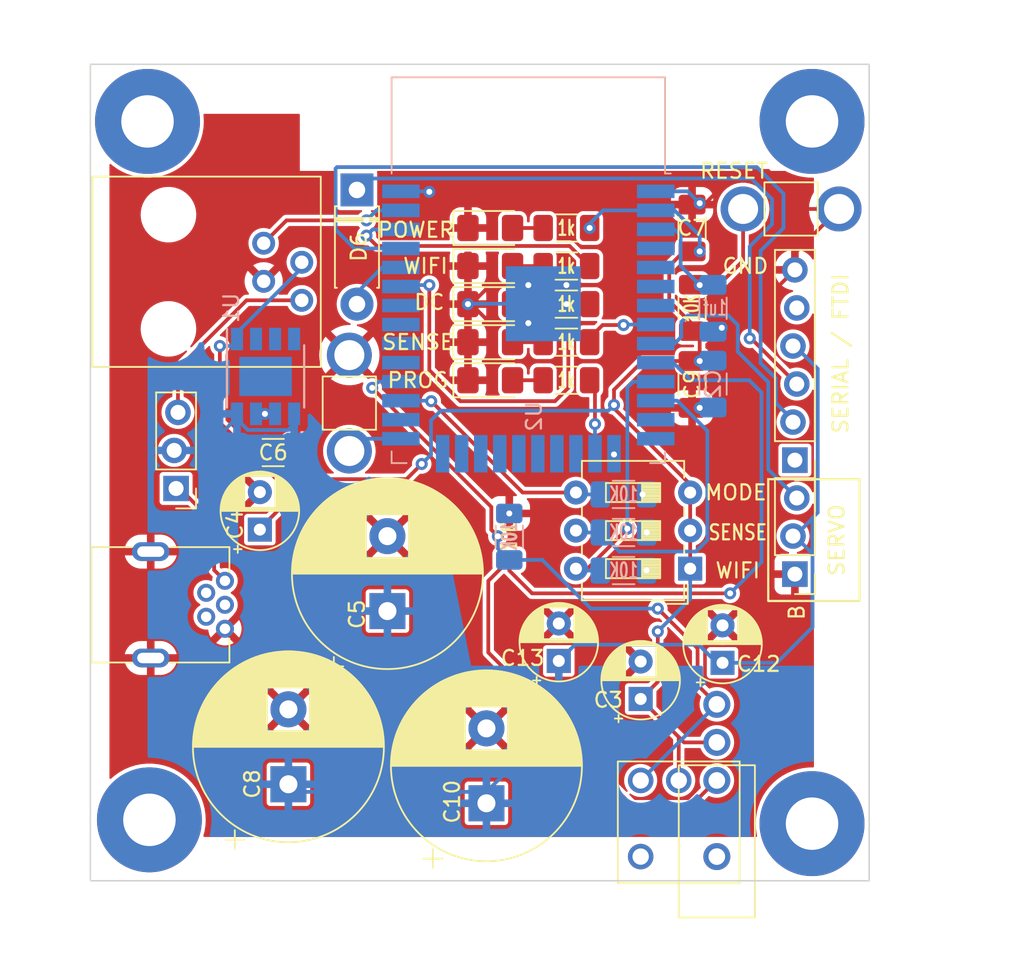
<source format=kicad_pcb>
(kicad_pcb (version 20211014) (generator pcbnew)
  (layers (0 "F.Cu" signal) (31 "B.Cu" signal) (34 "B.Paste" user) (35 "F.Paste" user) (36 "B.SilkS" user "B.Silkscreen") (37 "F.SilkS" user "F.Silkscreen") (38 "B.Mask" user) (39 "F.Mask" user) (44 "Edge.Cuts" user))
  (net 0 "")
  (net 1 "GND")
  (net 2 "Net-(D1-Pad2)")
  (net 3 "Net-(D2-Pad2)")
  (net 4 "Net-(D3-Pad2)")
  (net 5 "Net-(D4-Pad2)")
  (net 6 "Net-(D5-Pad2)")
  (net 7 "/RXD_5V")
  (net 8 "/RXD")
  (net 9 "+3.3V")
  (net 10 "/WIFI_STATUS")
  (net 11 "/DC_STATUS")
  (net 12 "/SENSE_LED")
  (net 13 "/GPIO_13")
  (net 14 "/MAN_ON")
  (net 15 "/MAN_OFF")
  (net 16 "/WIFI_E")
  (net 17 "/SENSE_E")
  (net 18 "/MODE")
  (net 19 "/RESET")
  (net 20 "VCC")
  (net 31 "/GPIO_0")
  (net 39 "/TXD")
  (net 41 "/SERVO")
  (net 44 "Net-(J3-Pad1)")
  (net 48 "/SENSE")
  (net 49 "Net-(J4-Pad4)")
  (footprint "LED_SMD:LED_1206_3216Metric_Pad1.42x1.75mm_HandSolder" (layer "F.Cu") (at 195.58 73.66)
    (fp_text reference "D4" hide)
    (fp_text value "LED")
  )
  (footprint "Resistor_SMD:R_1206_3216Metric_Pad1.30x1.75mm_HandSolder" (layer "F.Cu") (at 200.66 68.58)
    (fp_text reference "R2")
    (fp_text value "1k")
  )
  (footprint "Resistor_SMD:R_1206_3216Metric_Pad1.30x1.75mm_HandSolder" (layer "F.Cu") (at 200.66 66.04)
    (fp_text reference "R1")
    (fp_text value "1k")
  )
  (footprint "Resistor_SMD:R_1206_3216Metric_Pad1.30x1.75mm_HandSolder" (layer "F.Cu") (at 196.85 86.64 90)
    (fp_text reference "R7" hide)
    (fp_text value "10K")
  )
  (footprint "00_Adams_footprints:BST13T1AVR" (layer "F.Cu") (at 210.693 102.909 90)
    (fp_text reference "SW2" hide)
    (fp_text value "SW_SPDT_MSM")
  )
  (footprint "LED_SMD:LED_1206_3216Metric_Pad1.42x1.75mm_HandSolder" (layer "F.Cu") (at 195.58 66.04)
    (fp_text reference "D1" hide)
    (fp_text value "LED")
  )
  (footprint "00_Adams_footprints:PinHeader_1x03_0.1in lock" (layer "F.Cu") (at 215.9 89.139 180)
    (fp_text reference "J1" hide)
    (fp_text value "Conn_01x03_Male")
  )
  (footprint "MountingHole:MountingHole_3.5mm_Pad_TopBottom" (layer "F.Cu") (at 217.043 58.928)
    (fp_text reference "REF**" hide)
    (fp_text value "MountingHole_3.5mm_Pad_TopBottom")
  )
  (footprint "Resistor_SMD:R_1206_3216Metric_Pad1.30x1.75mm_HandSolder" (layer "F.Cu") (at 200.66 71.12)
    (fp_text reference "R3")
    (fp_text value "1k")
  )
  (footprint "Capacitor_THT:CP_Radial_D5.0mm_P2.50mm" (layer "F.Cu") (at 211.074 95.058113 90)
    (fp_text reference "C12")
    (fp_text value "100uf")
  )
  (footprint "projectLib:pb CKN12301-ND" (layer "F.Cu") (at 186.182 77.724 180)
    (fp_text reference "PROG1" hide)
    (fp_text value "SW_Push")
  )
  (footprint "Capacitor_SMD:C_1206_3216Metric_Pad1.33x1.80mm_HandSolder" (layer "F.Cu") (at 181.102 81.026)
    (fp_text reference "C6")
    (fp_text value "0.1uf")
  )
  (footprint "MountingHole:MountingHole_3.5mm_Pad" (layer "F.Cu") (at 217.043 105.791)
    (fp_text reference "REF**" hide)
    (fp_text value "MountingHole_3.5mm_Pad")
  )
  (footprint "MountingHole:MountingHole_3.5mm_Pad" (layer "F.Cu") (at 172.847 105.537 90)
    (fp_text reference "REF**" hide)
    (fp_text value "MountingHole_3.5mm_Pad")
  )
  (footprint "Capacitor_SMD:C_1206_3216Metric_Pad1.33x1.80mm_HandSolder" (layer "F.Cu") (at 209.042 76.48 -90)
    (fp_text reference "C9")
    (fp_text value "0.1uf")
  )
  (footprint "projectLib:usb" (layer "F.Cu") (at 168.984 91.186 -90)
    (fp_text reference "J3" hide)
    (fp_text value "USB_B_Micro")
  )
  (footprint "Capacitor_THT:CP_Radial_D12.5mm_P5.00mm" (layer "F.Cu") (at 195.326 104.431959 90)
    (fp_text reference "C10")
    (fp_text value "1000uf")
  )
  (footprint "Capacitor_THT:CP_Radial_D5.0mm_P2.50mm" (layer "F.Cu") (at 180.213 86.168113 90)
    (fp_text reference "C4")
    (fp_text value "100uf")
  )
  (footprint "00_Adams_footprints:PinHeader_1x03_0.1in lock" (layer "F.Cu") (at 174.625 83.424 180)
    (fp_text reference "J5" hide)
    (fp_text value "Conn_01x03_Male")
  )
  (footprint "Capacitor_THT:CP_Radial_D12.5mm_P5.00mm" (layer "F.Cu") (at 182.118 103.161959 90)
    (fp_text reference "C8")
    (fp_text value "1000uf")
  )
  (footprint "Resistor_SMD:R_1206_3216Metric_Pad1.30x1.75mm_HandSolder" (layer "F.Cu") (at 209.042 71.374 -90)
    (fp_text reference "R11" hide)
    (fp_text value "10K")
  )
  (footprint "Capacitor_THT:CP_Radial_D5.0mm_P2.50mm" (layer "F.Cu") (at 205.613 97.471113 90)
    (fp_text reference "C3")
    (fp_text value "100uf")
  )
  (footprint "00_Adams_footprints:PinHeader_1x06, .1in Lock" (layer "F.Cu") (at 215.9 81.534 180)
    (fp_text reference "J2" hide)
    (fp_text value "Conn_01x06_Male")
  )
  (footprint "Capacitor_THT:CP_Radial_D5.0mm_P2.50mm" (layer "F.Cu") (at 200.152 94.931113 90)
    (fp_text reference "C13")
    (fp_text value "100uf")
  )
  (footprint "LED_SMD:LED_1206_3216Metric_Pad1.42x1.75mm_HandSolder" (layer "F.Cu") (at 195.58 76.2)
    (fp_text reference "D5" hide)
    (fp_text value "LED")
  )
  (footprint "Button_Switch_THT:SW_DIP_SPSTx03_Slide_6.7x9.18mm_W7.62mm_P2.54mm_LowProfile" (layer "F.Cu") (at 208.915 88.773 180)
    (fp_text reference "SW1" hide)
    (fp_text value "SW_DIP_x03")
  )
  (footprint "00_Adams_footprints:400AWMSP3R1BLKM6QE rocker" (layer "F.Cu") (at 210.693 102.909 90)
    (fp_text reference "SW4" hide)
    (fp_text value "SW_SPDT_MSM")
  )
  (footprint "MountingHole:MountingHole_3.5mm_Pad" (layer "F.Cu") (at 172.72 58.928)
    (fp_text reference "REF**" hide)
    (fp_text value "MountingHole_3.5mm_Pad")
  )
  (footprint "Capacitor_SMD:C_1206_3216Metric_Pad1.33x1.80mm_HandSolder" (layer "F.Cu") (at 209.042 66.04 90)
    (fp_text reference "C7")
    (fp_text value "0.1uf" hide)
  )
  (footprint "projectLib:pb CKN12301-ND" (layer "F.Cu") (at 215.646 64.77 90)
    (fp_text reference "RST1" hide)
    (fp_text value "SW_Push")
  )
  (footprint "Diode_THT:D_DO-41_SOD81_P7.62mm_Horizontal" (layer "F.Cu") (at 186.69 63.5 -90)
    (fp_text reference "D6")
    (fp_text value "D")
  )
  (footprint "Resistor_SMD:R_1206_3216Metric_Pad1.30x1.75mm_HandSolder" (layer "F.Cu") (at 200.66 73.66)
    (fp_text reference "R4")
    (fp_text value "1k")
  )
  (footprint "Capacitor_THT:CP_Radial_D12.5mm_P5.00mm" (layer "F.Cu") (at 188.722 91.604959 90)
    (fp_text reference "C5")
    (fp_text value "1000uf")
  )
  (footprint "LED_SMD:LED_1206_3216Metric_Pad1.42x1.75mm_HandSolder" (layer "F.Cu") (at 195.58 68.58)
    (fp_text reference "D2" hide)
    (fp_text value "LED")
  )
  (footprint "projectLib:modjack" (layer "F.Cu") (at 174.117 65.151 -90)
    (fp_text reference "J4" hide)
    (fp_text value "RJ9")
  )
  (footprint "LED_SMD:LED_1206_3216Metric_Pad1.42x1.75mm_HandSolder" (layer "F.Cu") (at 195.58 71.12)
    (fp_text reference "D3" hide)
    (fp_text value "LED")
  )
  (footprint "Resistor_SMD:R_1206_3216Metric_Pad1.30x1.75mm_HandSolder" (layer "F.Cu") (at 200.66 76.2)
    (fp_text reference "R5")
    (fp_text value "1k")
  )
  (footprint "Resistor_SMD:R_1206_3216Metric_Pad1.30x1.75mm_HandSolder" (layer "B.Cu") (at 196.85 86.64 90)
    (fp_text reference "R6" hide)
    (fp_text value "10K")
  )
  (footprint "Capacitor_SMD:C_1206_3216Metric_Pad1.33x1.80mm_HandSolder" (layer "B.Cu") (at 210.439 71.4 90)
    (fp_text reference "C11" hide)
    (fp_text value "1uf")
  )
  (footprint "Package_SO:Diodes_SO-8EP" (layer "B.Cu") (at 180.594 75.946 -90)
    (fp_text reference "U1")
    (fp_text value "AP2112M-3.3")
  )
  (footprint "00_Adams_footprints:ESP32-WROOM-32" (layer "B.Cu") (at 198.12 71.85 180)
    (fp_text reference "U2")
    (fp_text value "ESP32-WROOM-32D")
  )
  (footprint "Resistor_SMD:R_1206_3216Metric_Pad1.30x1.75mm_HandSolder" (layer "B.Cu") (at 204.47 88.9)
    (fp_text reference "R8")
    (fp_text value "10K")
  )
  (footprint "Resistor_SMD:R_1206_3216Metric_Pad1.30x1.75mm_HandSolder" (layer "B.Cu") (at 204.47 83.82)
    (fp_text reference "R10" hide)
    (fp_text value "10K")
  )
  (footprint "Resistor_SMD:R_1206_3216Metric_Pad1.30x1.75mm_HandSolder" (layer "B.Cu") (at 204.47 86.36)
    (fp_text reference "R9" hide)
    (fp_text value "10K")
  )
  (footprint "Capacitor_SMD:C_1206_3216Metric_Pad1.33x1.80mm_HandSolder" (layer "B.Cu") (at 210.439 76.454 -90)
    (fp_text reference "C2")
    (fp_text value "0.1uf")
  )
  (gr_rect (start 214.122 90.932) (end 220.218 82.804) (layer "F.SilkS") (width 0.15) (fill none))
  (gr_rect (start 168.91 55.118) (end 220.853 109.601) (layer "Edge.Cuts") (width 0.1) (fill none))
  (gr_text "SENSE" (at 190.754 73.66) (layer "F.SilkS") (effects (font (size 1 1))))
  (gr_text "MODE" (at 211.963 83.693) (layer "F.SilkS") (effects (font (size 1 1))))
  (gr_text "SERVO" (at 218.694 86.868 90) (layer "F.SilkS") (effects (font (size 1 1))))
  (gr_text "POWER" (at 190.627 66.167) (layer "F.SilkS") (effects (font (size 1 1))))
  (gr_text "B" (at 216.027 91.694 90) (layer "F.SilkS") (effects (font (size 1 1))))
  (gr_text "DC" (at 191.516 70.993) (layer "F.SilkS") (effects (font (size 1 1))))
  (gr_text "PROG" (at 190.754 76.2) (layer "F.SilkS") (effects (font (size 1 1))))
  (gr_text "RESET" (at 211.836 62.23) (layer "F.SilkS") (effects (font (size 1 1))))
  (gr_text "WIFI" (at 212.09 88.9) (layer "F.SilkS") (effects (font (size 1 1))))
  (gr_text "GND" (at 212.598 68.58) (layer "F.SilkS") (effects (font (size 1 1))))
  (gr_text "WIFI" (at 191.262 68.58) (layer "F.SilkS") (effects (font (size 1 1))))
  (gr_text "SERIAL / FTDI" (at 218.948 74.422 90) (layer "F.SilkS") (effects (font (size 1 1))))
  (gr_text "SENSE" (at 212.09 86.36) (layer "F.SilkS") (effects (font (size 1 0.8128))))
  (segment (start 194.0925 71.12) (end 194.31 71.12) (width 0.25) (layer "F.Cu") (net 1))
  (segment (start 218.846 64.77) (end 215.9 67.716) (width 0.25) (layer "F.Cu") (net 1))
  (segment (start 209.931 64.389) (end 212.09 62.23) (width 0.25) (layer "F.Cu") (net 1))
  (segment (start 205.74 86.36) (end 206.02 86.36) (width 0.25) (layer "F.Cu") (net 1))
  (segment (start 209.55 64.389) (end 209.931 64.389) (width 0.25) (layer "F.Cu") (net 1))
  (segment (start 194.31 71.12) (end 195.58 69.85) (width 0.25) (layer "F.Cu") (net 1))
  (segment (start 205.74 83.82) (end 205.74 86.36) (width 0.25) (layer "F.Cu") (net 1))
  (segment (start 206.02 86.36) (end 206.02 88.865402) (width 0.25) (layer "F.Cu") (net 1))
  (segment (start 214.122 62.23) (end 216.662 64.77) (width 0.25) (layer "F.Cu") (net 1))
  (segment (start 194.31 71.12) (end 195.58 72.39) (width 0.25) (layer "F.Cu") (net 1))
  (segment (start 195.58 69.85) (end 198.12 69.85) (width 0.25) (layer "F.Cu") (net 1))
  (segment (start 215.9 67.716) (end 215.9 68.834) (width 0.25) (layer "F.Cu") (net 1))
  (segment (start 198.12 69.85) (end 200.66 69.85) (width 0.25) (layer "F.Cu") (net 1))
  (segment (start 206.02 88.865402) (end 206.002701 88.882701) (width 0.25) (layer "F.Cu") (net 1))
  (segment (start 195.58 72.39) (end 198.12 72.39) (width 0.25) (layer "F.Cu") (net 1))
  (segment (start 212.0345 72.6995) (end 215.9 68.834) (width 0.25) (layer "F.Cu") (net 1))
  (segment (start 212.09 62.23) (end 214.122 62.23) (width 0.25) (layer "F.Cu") (net 1))
  (segment (start 216.662 64.77) (end 218.846 64.77) (width 0.25) (layer "F.Cu") (net 1))
  (segment (start 211.0245 72.6995) (end 212.0345 72.6995) (width 0.25) (layer "F.Cu") (net 1))
  (via (at 180.5515 78.4435) (size 0.8) (drill 0.4) (layers "F.Cu" "B.Cu") (net 1))
  (via (at 198.12 69.85) (size 0.8) (drill 0.4) (layers "F.Cu" "B.Cu") (net 1))
  (via (at 206.002701 88.882701) (size 0.8) (drill 0.4) (layers "F.Cu" "B.Cu") (net 1))
  (via (at 200.66 71.12) (size 0.8) (drill 0.4) (layers "F.Cu" "B.Cu") (net 1))
  (via (at 209.55 78.0425) (size 0.8) (drill 0.4) (layers "F.Cu" "B.Cu") (net 1))
  (via (at 206.02 86.36) (size 0.8) (drill 0.4) (layers "F.Cu" "B.Cu") (net 1))
  (via (at 209.55 64.389) (size 0.8) (drill 0.4) (layers "F.Cu" "B.Cu") (net 1))
  (via (at 200.66 69.85) (size 0.8) (drill 0.4) (layers "F.Cu" "B.Cu") (net 1))
  (via (at 198.12 72.39) (size 0.8) (drill 0.4) (layers "F.Cu" "B.Cu") (net 1))
  (via (at 203.835 81.153) (size 0.8) (drill 0.4) (layers "F.Cu" "B.Cu") (net 1))
  (via (at 205.74 83.82) (size 0.8) (drill 0.4) (layers "F.Cu" "B.Cu") (net 1))
  (via (at 211.0245 72.6995) (size 0.8) (drill 0.4) (layers "F.Cu" "B.Cu") (net 1))
  (via (at 191.516 63.627) (size 0.8) (drill 0.4) (layers "F.Cu" "B.Cu") (net 1))
  (via (at 194.0925 71.12) (size 0.8) (drill 0.4) (layers "F.Cu" "B.Cu") (net 1))
  (via (at 196.85 85.09) (size 0.8) (drill 0.4) (layers "F.Cu" "B.Cu") (net 1))
  (segment (start 194.335 71.095) (end 194.31 71.12) (width 0.25) (layer "B.Cu") (net 1))
  (segment (start 199.12 71.095) (end 194.335 71.095) (width 0.25) (layer "B.Cu") (net 1))
  (segment (start 210.7615 72.9625) (end 211.0245 72.6995) (width 0.25) (layer "B.Cu") (net 1))
  (segment (start 206.62 63.595) (end 208.756 63.595) (width 0.25) (layer "B.Cu") (net 1))
  (segment (start 179.959 78.4435) (end 180.5515 78.4435) (width 0.25) (layer "B.Cu") (net 1))
  (segment (start 208.756 63.595) (end 209.55 64.389) (width 0.25) (layer "B.Cu") (net 1))
  (segment (start 181.229 78.4435) (end 180.5515 78.4435) (width 0.25) (layer "B.Cu") (net 1))
  (segment (start 194.31 71.12) (end 194.0925 71.12) (width 0.25) (layer "B.Cu") (net 1))
  (segment (start 203.835 81.105) (end 203.835 81.153) (width 0.25) (layer "B.Cu") (net 1))
  (segment (start 191.484 63.595) (end 189.62 63.595) (width 0.25) (layer "B.Cu") (net 1))
  (segment (start 191.516 63.627) (end 191.484 63.595) (width 0.25) (layer "B.Cu") (net 1))
  (segment (start 206.02 83.82) (end 205.74 83.82) (width 0.25) (layer "B.Cu") (net 1))
  (segment (start 197.0675 66.04) (end 199.11 66.04) (width 0.25) (layer "F.Cu") (net 2))
  (segment (start 197.0675 68.58) (end 199.11 68.58) (width 0.25) (layer "F.Cu") (net 3))
  (segment (start 197.0675 71.12) (end 199.11 71.12) (width 0.25) (layer "F.Cu") (net 4))
  (segment (start 199.11 73.66) (end 197.0675 73.66) (width 0.25) (layer "F.Cu") (net 5))
  (segment (start 199.11 76.2) (end 197.0675 76.2) (width 0.25) (layer "F.Cu") (net 6))
  (segment (start 212.979 73.406) (end 212.8895 73.406) (width 0.25) (layer "F.Cu") (net 7))
  (segment (start 216.027 76.454) (end 212.979 73.406) (width 0.25) (layer "F.Cu") (net 7))
  (via (at 212.8895 73.406) (size 0.8) (drill 0.4) (layers "F.Cu" "B.Cu") (net 7))
  (segment (start 212.8895 73.406) (end 212.8895 67.2725) (width 0.25) (layer "B.Cu") (net 7))
  (segment (start 212.99494 62.738) (end 187.452 62.738) (width 0.25) (layer "B.Cu") (net 7))
  (segment (start 214.376 65.786) (end 214.376 64.11906) (width 0.25) (layer "B.Cu") (net 7))
  (segment (start 212.8895 67.2725) (end 214.376 65.786) (width 0.25) (layer "B.Cu") (net 7))
  (segment (start 214.376 64.11906) (end 212.99494 62.738) (width 0.25) (layer "B.Cu") (net 7))
  (segment (start 187.452 62.738) (end 186.69 63.5) (width 0.25) (layer "B.Cu") (net 7))
  (segment (start 186.69 70.355) (end 186.69 71.12) (width 0.25) (layer "B.Cu") (net 8))
  (segment (start 188.37 68.675) (end 186.69 70.355) (width 0.25) (layer "B.Cu") (net 8))
  (segment (start 189.62 68.675) (end 188.37 68.675) (width 0.25) (layer "B.Cu") (net 8))
  (segment (start 208.4955 67.6025) (end 209.55 67.6025) (width 0.25) (layer "F.Cu") (net 9))
  (segment (start 206.756 92.964) (end 206.756 96.328113) (width 0.25) (layer "F.Cu") (net 9))
  (segment (start 180.213 86.168113) (end 180.213 86.106) (width 0.25) (layer "F.Cu") (net 9))
  (segment (start 177.546 79.0325) (end 177.546 73.914) (width 0.25) (layer "F.Cu") (net 9))
  (segment (start 207.518 70.918) (end 207.518 68.58) (width 0.25) (layer "F.Cu") (net 9))
  (segment (start 191.008 81.788) (end 189.992 82.804) (width 0.25) (layer "F.Cu") (net 9))
  (segment (start 206.756 96.328113) (end 205.613 97.471113) (width 0.25) (layer "F.Cu") (net 9))
  (segment (start 205.613 97.471113) (end 208.153 100.011113) (width 0.25) (layer "F.Cu") (net 9))
  (segment (start 203.835 76.835) (end 205.7525 74.9175) (width 0.25) (layer "F.Cu") (net 9))
  (segment (start 203.835 78.07) (end 208.915 83.15) (width 0.25) (layer "F.Cu") (net 9))
  (segment (start 189.992 82.804) (end 182.626 82.804) (width 0.25) (layer "F.Cu") (net 9))
  (segment (start 209.55 74.9175) (end 209.55 72.95) (width 0.25) (layer "F.Cu") (net 9))
  (segment (start 179.5395 81.026) (end 177.546 79.0325) (width 0.25) (layer "F.Cu") (net 9))
  (segment (start 179.5395 81.026) (end 181.3175 82.804) (width 0.25) (layer "F.Cu") (net 9))
  (segment (start 207.518 68.58) (end 208.4955 67.6025) (width 0.25) (layer "F.Cu") (net 9))
  (segment (start 208.510887 100.369) (end 210.693 100.369) (width 0.25) (layer "F.Cu") (net 9))
  (segment (start 203.835 77.851) (end 203.835 78.07) (width 0.25) (layer "F.Cu") (net 9))
  (segment (start 208.915 83.15) (end 208.915 88.9) (width 0.25) (layer "F.Cu") (net 9))
  (segment (start 205.7525 74.9175) (end 209.55 74.9175) (width 0.25) (layer "F.Cu") (net 9))
  (segment (start 203.835 77.851) (end 203.835 76.835) (width 0.25) (layer "F.Cu") (net 9))
  (segment (start 208.153 100.011113) (end 208.510887 100.369) (width 0.25) (layer "F.Cu") (net 9))
  (segment (start 209.55 72.95) (end 207.518 70.918) (width 0.25) (layer "F.Cu") (net 9))
  (segment (start 180.213 86.106) (end 182.626 83.693) (width 0.25) (layer "F.Cu") (net 9))
  (segment (start 182.626 83.693) (end 182.626 82.804) (width 0.25) (layer "F.Cu") (net 9))
  (segment (start 208.153 100.011113) (end 208.153 102.87) (width 0.25) (layer "F.Cu") (net 9))
  (segment (start 181.3175 82.804) (end 182.626 82.804) (width 0.25) (layer "F.Cu") (net 9))
  (via (at 206.756 92.964) (size 0.8) (drill 0.4) (layers "F.Cu" "B.Cu") (net 9))
  (via (at 177.546 73.914) (size 0.8) (drill 0.4) (layers "F.Cu" "B.Cu") (net 9))
  (via (at 203.835 77.851) (size 0.8) (drill 0.4) (layers "F.Cu" "B.Cu") (net 9))
  (via (at 191.008 81.788) (size 0.8) (drill 0.4) (layers "F.Cu" "B.Cu") (net 9))
  (via (at 209.55 74.9175) (size 0.8) (drill 0.4) (layers "F.Cu" "B.Cu") (net 9))
  (via (at 209.55 67.6025) (size 0.8) (drill 0.4) (layers "F.Cu" "B.Cu") (net 9))
  (via (at 202.21 66.04) (size 0.8) (drill 0.4) (layers "F.Cu" "B.Cu") (net 9))
  (segment (start 178.689 73.025) (end 183.007 68.707) (width 0.25) (layer "B.Cu") (net 9))
  (segment (start 203.454 78.232) (end 192.278 78.232) (width 0.25) (layer "B.Cu") (net 9))
  (segment (start 208.915 88.773) (end 208.915 90.805) (width 0.25) (layer "B.Cu") (net 9))
  (segment (start 178.689 73.7025) (end 178.689 73.025) (width 0.25) (layer "B.Cu") (net 9))
  (segment (start 183.007 68.707) (end 183.007 68.326) (width 0.25) (layer "B.Cu") (net 9))
  (segment (start 191.63 78.88) (end 191.63 81.166) (width 0.25) (layer "B.Cu") (net 9))
  (segment (start 178.4775 73.914) (end 178.689 73.7025) (width 0.25) (layer "B.Cu") (net 9))
  (segment (start 206.62 64.865) (end 203.105 64.865) (width 0.25) (layer "B.Cu") (net 9))
  (segment (start 209.55 66.545) (end 209.55 67.6025) (width 0.25) (layer "B.Cu") (net 9))
  (segment (start 207.01 92.71) (end 206.756 92.964) (width 0.25) (layer "B.Cu") (net 9))
  (segment (start 203.835 77.851) (end 203.454 78.232) (width 0.25) (layer "B.Cu") (net 9))
  (segment (start 191.63 81.166) (end 191.008 81.788) (width 0.25) (layer "B.Cu") (net 9))
  (segment (start 206.62 64.865) (end 207.87 64.865) (width 0.25) (layer "B.Cu") (net 9))
  (segment (start 203.105 64.865) (end 201.93 66.04) (width 0.25) (layer "B.Cu") (net 9))
  (segment (start 207.87 64.865) (end 209.55 66.545) (width 0.25) (layer "B.Cu") (net 9))
  (segment (start 208.915 90.805) (end 207.01 92.71) (width 0.25) (layer "B.Cu") (net 9))
  (segment (start 177.546 73.914) (end 178.4775 73.914) (width 0.25) (layer "B.Cu") (net 9))
  (segment (start 201.93 66.04) (end 202.21 66.04) (width 0.25) (layer "B.Cu") (net 9))
  (segment (start 192.278 78.232) (end 191.63 78.88) (width 0.25) (layer "B.Cu") (net 9))
  (segment (start 200.87 67.24) (end 202.21 68.58) (width 0.25) (layer "F.Cu") (net 10))
  (segment (start 187.325 66.548) (end 188.017 67.24) (width 0.25) (layer "F.Cu") (net 10))
  (segment (start 188.017 67.24) (end 200.87 67.24) (width 0.25) (layer "F.Cu") (net 10))
  (via (at 187.325 66.548) (size 0.8) (drill 0.4) (layers "F.Cu" "B.Cu") (net 10))
  (segment (start 187.738 66.135) (end 189.62 66.135) (width 0.25) (layer "B.Cu") (net 10))
  (segment (start 187.325 66.548) (end 187.738 66.135) (width 0.25) (layer "B.Cu") (net 10))
  (segment (start 191.516 75.524172) (end 193.588828 77.597) (width 0.25) (layer "F.Cu") (net 11))
  (segment (start 199.898 77.597) (end 200.787 76.708) (width 0.25) (layer "F.Cu") (net 11))
  (segment (start 200.787 72.543) (end 202.21 71.12) (width 0.25) (layer "F.Cu") (net 11))
  (segment (start 200.787 76.708) (end 200.787 72.543) (width 0.25) (layer "F.Cu") (net 11))
  (segment (start 191.516 69.85) (end 191.516 75.524172) (width 0.25) (layer "F.Cu") (net 11))
  (segment (start 193.588828 77.597) (end 199.898 77.597) (width 0.25) (layer "F.Cu") (net 11))
  (via (at 191.516 69.85) (size 0.8) (drill 0.4) (layers "F.Cu" "B.Cu") (net 11))
  (segment (start 191.516 69.85) (end 189.715 69.85) (width 0.25) (layer "B.Cu") (net 11))
  (segment (start 189.715 69.85) (end 189.62 69.945) (width 0.25) (layer "B.Cu") (net 11))
  (segment (start 202.21 73.38) (end 202.21 73.66) (width 0.25) (layer "F.Cu") (net 12))
  (segment (start 204.47 72.517) (end 203.073 72.517) (width 0.25) (layer "F.Cu") (net 12))
  (segment (start 203.073 72.517) (end 202.21 73.38) (width 0.25) (layer "F.Cu") (net 12))
  (via (at 204.47 72.517) (size 0.8) (drill 0.4) (layers "F.Cu" "B.Cu") (net 12))
  (segment (start 204.502 72.485) (end 206.62 72.485) (width 0.25) (layer "B.Cu") (net 12))
  (segment (start 204.47 72.517) (end 204.502 72.485) (width 0.25) (layer "B.Cu") (net 12))
  (segment (start 202.565 79.121) (end 202.565 76.555) (width 0.25) (layer "F.Cu") (net 13))
  (segment (start 202.565 76.555) (end 202.21 76.2) (width 0.25) (layer "F.Cu") (net 13))
  (via (at 202.565 79.121) (size 0.8) (drill 0.4) (layers "F.Cu" "B.Cu") (net 13))
  (segment (start 202.565 81.105) (end 202.565 79.121) (width 0.25) (layer "B.Cu") (net 13))
  (segment (start 209.409256 96.545256) (end 210.693 97.829) (width 0.25) (layer "F.Cu") (net 14))
  (segment (start 195.65 86.176) (end 196.088 86.614) (width 0.25) (layer "F.Cu") (net 14))
  (segment (start 195.65 84.652) (end 195.65 86.176) (width 0.25) (layer "F.Cu") (net 14))
  (segment (start 187.706 76.708) (end 195.65 84.652) (width 0.25) (layer "F.Cu") (net 14))
  (segment (start 206.756 91.44) (end 209.409256 94.093256) (width 0.25) (layer "F.Cu") (net 14))
  (segment (start 209.409256 94.093256) (end 209.409256 96.545256) (width 0.25) (layer "F.Cu") (net 14))
  (via (at 206.756 91.44) (size 0.8) (drill 0.4) (layers "F.Cu" "B.Cu") (net 14))
  (via (at 187.706 76.708) (size 0.8) (drill 0.4) (layers "F.Cu" "B.Cu") (net 14))
  (via (at 196.088 86.614) (size 0.8) (drill 0.4) (layers "F.Cu" "B.Cu") (net 14))
  (segment (start 188.119 76.295) (end 189.62 76.295) (width 0.25) (layer "B.Cu") (net 14))
  (segment (start 196.85 88.19) (end 199.048489 88.19) (width 0.25) (layer "B.Cu") (net 14))
  (segment (start 196.088 86.614) (end 196.088 87.428) (width 0.25) (layer "B.Cu") (net 14))
  (segment (start 205.652 102.87) (end 205.613 102.87) (width 0.25) (layer "B.Cu") (net 14))
  (segment (start 199.048489 88.19) (end 202.298489 91.44) (width 0.25) (layer "B.Cu") (net 14))
  (segment (start 187.706 76.708) (end 188.119 76.295) (width 0.25) (layer "B.Cu") (net 14))
  (segment (start 196.088 87.428) (end 196.85 88.19) (width 0.25) (layer "B.Cu") (net 14))
  (segment (start 202.298489 91.44) (end 206.756 91.44) (width 0.25) (layer "B.Cu") (net 14))
  (segment (start 210.693 97.829) (end 205.652 102.87) (width 0.25) (layer "B.Cu") (net 14))
  (segment (start 195.449676 89.590324) (end 195.449676 94.368377) (width 0.25) (layer "F.Cu") (net 15))
  (segment (start 198.374 90.424) (end 211.582 90.424) (width 0.25) (layer "F.Cu") (net 15))
  (segment (start 196.85 88.19) (end 195.449676 89.590324) (width 0.25) (layer "F.Cu") (net 15))
  (segment (start 203.581 102.499701) (end 203.581 103.124) (width 0.25) (layer "F.Cu") (net 15))
  (segment (start 196.85 88.19) (end 196.85 88.9) (width 0.25) (layer "F.Cu") (net 15))
  (segment (start 208.974278 104.588722) (end 210.693 102.87) (width 0.25) (layer "F.Cu") (net 15))
  (segment (start 205.045722 104.588722) (end 208.974278 104.588722) (width 0.25) (layer "F.Cu") (net 15))
  (segment (start 203.581 103.124) (end 205.045722 104.588722) (width 0.25) (layer "F.Cu") (net 15))
  (segment (start 210.693 102.87) (end 210.693 102.909) (width 0.25) (layer "F.Cu") (net 15))
  (segment (start 196.85 88.9) (end 198.374 90.424) (width 0.25) (layer "F.Cu") (net 15))
  (segment (start 195.449676 94.368377) (end 203.581 102.499701) (width 0.25) (layer "F.Cu") (net 15))
  (via (at 211.582 90.424) (size 0.8) (drill 0.4) (layers "F.Cu" "B.Cu") (net 15))
  (segment (start 206.62 75.025) (end 207.781827 75.025) (width 0.25) (layer "B.Cu") (net 15))
  (segment (start 207.781827 75.025) (end 208.956827 76.2) (width 0.25) (layer "B.Cu") (net 15))
  (segment (start 208.956827 76.2) (end 212.852 76.2) (width 0.25) (layer "B.Cu") (net 15))
  (segment (start 213.672 88.334) (end 211.582 90.424) (width 0.25) (layer "B.Cu") (net 15))
  (segment (start 212.852 76.2) (end 213.672 77.02) (width 0.25) (layer "B.Cu") (net 15))
  (segment (start 213.672 77.02) (end 213.672 88.334) (width 0.25) (layer "B.Cu") (net 15))
  (segment (start 203.745 87.085) (end 204.724 86.106) (width 0.25) (layer "F.Cu") (net 16))
  (segment (start 203.745 87.09) (end 201.95 88.885) (width 0.25) (layer "F.Cu") (net 16))
  (segment (start 203.745 87.09) (end 203.745 87.085) (width 0.25) (layer "F.Cu") (net 16))
  (via (at 204.724 86.106) (size 0.8) (drill 0.4) (layers "F.Cu" "B.Cu") (net 16))
  (segment (start 204.724 76.691) (end 204.724 86.106) (width 0.25) (layer "B.Cu") (net 16))
  (segment (start 202.92 88.9) (end 201.295 88.9) (width 0.25) (layer "B.Cu") (net 16))
  (segment (start 205.12 76.295) (end 204.724 76.691) (width 0.25) (layer "B.Cu") (net 16))
  (segment (start 206.62 76.295) (end 205.12 76.295) (width 0.25) (layer "B.Cu") (net 16))
  (segment (start 210.058 86.868) (end 210.058 79.575805) (width 0.25) (layer "B.Cu") (net 17))
  (segment (start 204.19 87.63) (end 209.296 87.63) (width 0.25) (layer "B.Cu") (net 17))
  (segment (start 202.92 86.36) (end 204.19 87.63) (width 0.25) (layer "B.Cu") (net 17))
  (segment (start 209.296 87.63) (end 210.058 86.868) (width 0.25) (layer "B.Cu") (net 17))
  (segment (start 202.92 86.36) (end 201.295 86.36) (width 0.25) (layer "B.Cu") (net 17))
  (segment (start 208.047195 77.565) (end 206.62 77.565) (width 0.25) (layer "B.Cu") (net 17))
  (segment (start 210.058 79.575805) (end 208.047195 77.565) (width 0.25) (layer "B.Cu") (net 17))
  (segment (start 201.295 83.693) (end 197.739 83.693) (width 0.25) (layer "F.Cu") (net 18))
  (segment (start 197.739 83.693) (end 191.643 77.597) (width 0.25) (layer "F.Cu") (net 18))
  (via (at 191.643 77.597) (size 0.8) (drill 0.4) (layers "F.Cu" "B.Cu") (net 18))
  (segment (start 191.611 77.565) (end 191.643 77.597) (width 0.25) (layer "B.Cu") (net 18))
  (segment (start 189.62 77.565) (end 191.611 77.565) (width 0.25) (layer "B.Cu") (net 18))
  (segment (start 202.92 83.82) (end 201.295 83.82) (width 0.25) (layer "B.Cu") (net 18))
  (segment (start 212.446 68.224) (end 212.446 64.77) (width 0.25) (layer "F.Cu") (net 19))
  (segment (start 210.82 69.85) (end 212.446 68.224) (width 0.25) (layer "F.Cu") (net 19))
  (segment (start 209.55 69.85) (end 210.82 69.85) (width 0.25) (layer "F.Cu") (net 19))
  (via (at 209.55 69.85) (size 0.8) (drill 0.4) (layers "F.Cu" "B.Cu") (net 19))
  (segment (start 208.28 68.5675) (end 209.55 69.8375) (width 0.25) (layer "B.Cu") (net 19))
  (segment (start 206.62 66.135) (end 207.87 66.135) (width 0.25) (layer "B.Cu") (net 19))
  (segment (start 208.28 66.545) (end 208.28 68.5675) (width 0.25) (layer "B.Cu") (net 19))
  (segment (start 209.55 69.8375) (end 209.55 69.85) (width 0.25) (layer "B.Cu") (net 19))
  (segment (start 207.87 66.135) (end 208.28 66.545) (width 0.25) (layer "B.Cu") (net 19))
  (segment (start 178.689 78.4435) (end 178.689 78.795) (width 0.25) (layer "B.Cu") (net 20))
  (segment (start 178.689 78.4435) (end 178.689 78.6975) (width 0.25) (layer "B.Cu") (net 20))
  (segment (start 182.626 103.669959) (end 182.118 103.161959) (width 0.25) (layer "B.Cu") (net 20))
  (segment (start 217.075 87.774) (end 215.9 86.599) (width 0.25) (layer "B.Cu") (net 20))
  (segment (start 178.689 78.795) (end 179.415 79.521) (width 0.25) (layer "B.Cu") (net 20))
  (segment (start 176.5025 80.884) (end 178.689 78.6975) (width 0.25) (layer "B.Cu") (net 20))
  (segment (start 215.9 86.599) (end 217.075 85.424) (width 0.25) (layer "B.Cu") (net 20))
  (segment (start 217.075 85.376) (end 217.424 85.027) (width 0.25) (layer "B.Cu") (net 20))
  (segment (start 188.722 91.604959) (end 188.722 103.632) (width 0.25) (layer "B.Cu") (net 20))
  (segment (start 200.152 98.843959) (end 195.326 103.669959) (width 0.25) (layer "B.Cu") (net 20))
  (segment (start 209.481 93.846113) (end 201.237 93.846113) (width 0.25) (layer "B.Cu") (net 20))
  (segment (start 174.498 80.884) (end 176.5025 80.884) (width 0.25) (layer "B.Cu") (net 20))
  (segment (start 210.693 95.058113) (end 209.481 93.846113) (width 0.25) (layer "B.Cu") (net 20))
  (segment (start 217.075 85.424) (end 217.075 85.376) (width 0.25) (layer "B.Cu") (net 20))
  (segment (start 217.075 92.678) (end 214.694887 95.058113) (width 0.25) (layer "B.Cu") (net 20))
  (segment (start 214.694887 95.058113) (end 210.693 95.058113) (width 0.25) (layer "B.Cu") (net 20))
  (segment (start 195.326 103.669959) (end 195.326 104.431959) (width 0.25) (layer "B.Cu") (net 20))
  (segment (start 217.075 87.774) (end 217.075 92.678) (width 0.25) (layer "B.Cu") (net 20))
  (segment (start 200.152 94.931113) (end 200.152 98.843959) (width 0.25) (layer "B.Cu") (net 20))
  (segment (start 217.424 75.438) (end 215.9 73.914) (width 0.25) (layer "B.Cu") (net 20))
  (segment (start 194.564 103.669959) (end 188.684041 103.669959) (width 0.25) (layer "B.Cu") (net 20))
  (segment (start 217.424 85.027) (end 217.424 75.438) (width 0.25) (layer "B.Cu") (net 20))
  (segment (start 195.326 104.431959) (end 194.564 103.669959) (width 0.25) (layer "B.Cu") (net 20))
  (segment (start 182.499 79.121) (end 182.499 78.4435) (width 0.25) (layer "B.Cu") (net 20))
  (segment (start 188.684041 103.669959) (end 182.626 103.669959) (width 0.25) (layer "B.Cu") (net 20))
  (segment (start 182.099 79.521) (end 182.499 79.121) (width 0.25) (layer "B.Cu") (net 20))
  (segment (start 201.237 93.846113) (end 200.152 94.931113) (width 0.25) (layer "B.Cu") (net 20))
  (segment (start 179.415 79.521) (end 182.099 79.521) (width 0.25) (layer "B.Cu") (net 20))
  (segment (start 217.075 85.376) (end 217.075 87.774) (width 0.25) (layer "B.Cu") (net 20))
  (segment (start 188.722 103.632) (end 188.684041 103.669959) (width 0.25) (layer "B.Cu") (net 20))
  (segment (start 189.62 80.105) (end 187.001 80.105) (width 0.25) (layer "B.Cu") (net 31))
  (segment (start 187.001 80.105) (end 186.182 80.924) (width 0.25) (layer "B.Cu") (net 31))
  (segment (start 185.265 66.148305) (end 186.521695 67.405) (width 0.25) (layer "B.Cu") (net 39))
  (segment (start 214.63 77.724) (end 214.63 76.073) (width 0.25) (layer "B.Cu") (net 39))
  (segment (start 215.138 66.04) (end 215.138 63.754) (width 0.25) (layer "B.Cu") (net 39))
  (segment (start 185.265 62.075) (end 185.265 66.148305) (width 0.25) (layer "B.Cu") (net 39))
  (segment (start 213.614 67.564) (end 215.138 66.04) (width 0.25) (layer "B.Cu") (net 39))
  (segment (start 186.521695 67.405) (end 189.62 67.405) (width 0.25) (layer "B.Cu") (net 39))
  (segment (start 185.364 61.976) (end 185.265 62.075) (width 0.25) (layer "B.Cu") (net 39))
  (segment (start 215.9 78.994) (end 214.63 77.724) (width 0.25) (layer "B.Cu") (net 39))
  (segment (start 213.36 61.976) (end 185.364 61.976) (width 0.25) (layer "B.Cu") (net 39))
  (segment (start 215.138 63.754) (end 213.36 61.976) (width 0.25) (layer "B.Cu") (net 39))
  (segment (start 213.614 75.057) (end 213.614 67.564) (width 0.25) (layer "B.Cu") (net 39))
  (segment (start 214.63 76.073) (end 213.614 75.057) (width 0.25) (layer "B.Cu") (net 39))
  (segment (start 214.122 82.154) (end 216.027 84.059) (width 0.25) (layer "B.Cu") (net 41))
  (segment (start 212.09 72.517) (end 212.09 74.295) (width 0.25) (layer "B.Cu") (net 41))
  (segment (start 208.325 72.311827) (end 208.325 73.3) (width 0.25) (layer "B.Cu") (net 41))
  (segment (start 207.87 73.755) (end 206.62 73.755) (width 0.25) (layer "B.Cu") (net 41))
  (segment (start 212.09 74.295) (end 214.122 76.327) (width 0.25) (layer "B.Cu") (net 41))
  (segment (start 214.122 76.327) (end 214.122 82.154) (width 0.25) (layer "B.Cu") (net 41))
  (segment (start 211.455 71.882) (end 208.754827 71.882) (width 0.25) (layer "B.Cu") (net 41))
  (segment (start 208.325 73.3) (end 207.87 73.755) (width 0.25) (layer "B.Cu") (net 41))
  (segment (start 211.455 71.882) (end 212.09 72.517) (width 0.25) (layer "B.Cu") (net 41))
  (segment (start 208.754827 71.882) (end 208.325 72.311827) (width 0.25) (layer "B.Cu") (net 41))
  (segment (start 177.884 89.586) (end 177.165 88.867) (width 0.25) (layer "F.Cu") (net 44))
  (segment (start 177.165 88.867) (end 177.165 85.725) (width 0.25) (layer "F.Cu") (net 44))
  (segment (start 174.864 83.424) (end 174.625 83.424) (width 0.25) (layer "F.Cu") (net 44))
  (segment (start 177.165 85.725) (end 174.864 83.424) (width 0.25) (layer "F.Cu") (net 44))
  (segment (start 187.325 65.532) (end 181.991 65.532) (width 0.25) (layer "F.Cu") (net 48))
  (segment (start 181.991 65.532) (end 180.467 67.056) (width 0.25) (layer "F.Cu") (net 48))
  (via (at 187.325 65.532) (size 0.8) (drill 0.4) (layers "F.Cu" "B.Cu") (net 48))
  (segment (start 187.992 64.865) (end 187.325 65.532) (width 0.25) (layer "B.Cu") (net 48))
  (segment (start 189.62 64.865) (end 187.992 64.865) (width 0.25) (layer "B.Cu") (net 48))
  (segment (start 183.007 70.866) (end 179.324 70.866) (width 0.25) (layer "F.Cu") (net 49))
  (segment (start 179.324 70.866) (end 174.752 75.438) (width 0.25) (layer "F.Cu") (net 49))
  (segment (start 174.752 75.438) (end 174.752 78.344) (width 0.25) (layer "F.Cu") (net 49))
  (zone (net 1) (net_name "GND") (layer "F.Cu") (connect_pads (clearance 0.25)) (min_thickness 0.125) (fill yes (thermal_gap 0.508) (thermal_bridge_width 0.508))
    (polygon (pts (xy 182.88 62.23) (xy 217.17 62.23) (xy 217.17 106.68) (xy 170.18 106.68) (xy 170.18 58.42) (xy 182.88 58.42)))
  )
  (zone (net 20) (net_name "VCC") (layer "B.Cu") (connect_pads (clearance 0.635)) (min_thickness 0.254) (fill yes (thermal_gap 0.508) (thermal_bridge_width 0.508))
    (polygon (pts (xy 188.214 83.312) (xy 190.5 85.979) (xy 190.5 87.63) (xy 193.04 88.9) (xy 194.31 95.25) (xy 217.17 95.25) (xy 217.17 106.68) (xy 172.72 106.68) (xy 172.72 73.66) (xy 179.07 73.66)))
  )
)
</source>
